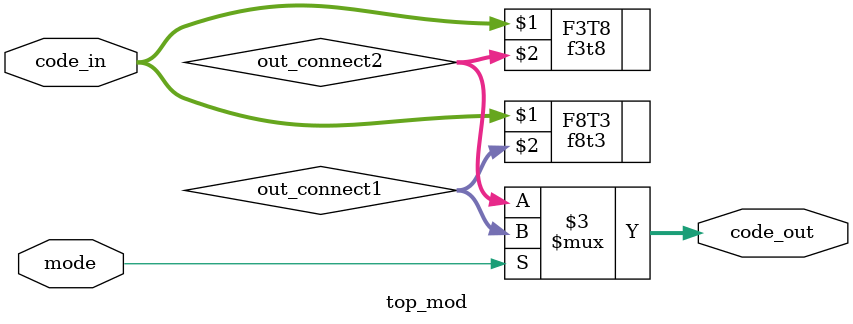
<source format=v>
`timescale 1ns / 1ps


module top_mod(
    input mode,
    input [7:0] code_in,
    output reg [7:0] code_out
    );
    wire [7:0] out_connect1;
    wire [7:0] out_connect2;
    f8t3 F8T3(code_in, out_connect1);
    f3t8 F3T8(code_in, out_connect2);
    always@(mode, code_in)
        if (mode)
            begin
                code_out = out_connect1;
            end
        else
            begin
                code_out = out_connect2;
            end
        
endmodule

</source>
